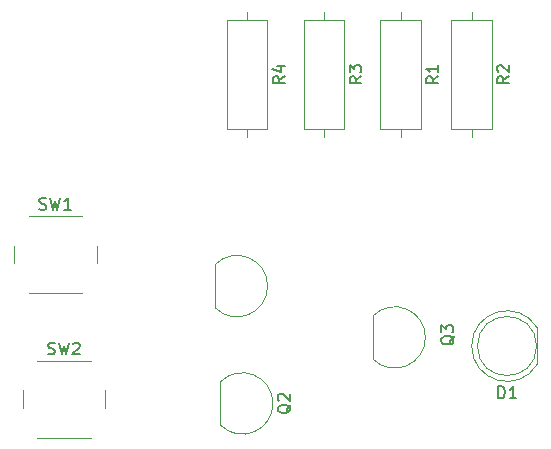
<source format=gbr>
%TF.GenerationSoftware,KiCad,Pcbnew,9.0.5*%
%TF.CreationDate,2025-10-25T02:40:39-07:00*%
%TF.ProjectId,1stproject,31737470-726f-46a6-9563-742e6b696361,rev?*%
%TF.SameCoordinates,Original*%
%TF.FileFunction,Legend,Top*%
%TF.FilePolarity,Positive*%
%FSLAX46Y46*%
G04 Gerber Fmt 4.6, Leading zero omitted, Abs format (unit mm)*
G04 Created by KiCad (PCBNEW 9.0.5) date 2025-10-25 02:40:39*
%MOMM*%
%LPD*%
G01*
G04 APERTURE LIST*
%ADD10C,0.150000*%
%ADD11C,0.120000*%
G04 APERTURE END LIST*
D10*
X143050057Y-88710238D02*
X143002438Y-88805476D01*
X143002438Y-88805476D02*
X142907200Y-88900714D01*
X142907200Y-88900714D02*
X142764342Y-89043571D01*
X142764342Y-89043571D02*
X142716723Y-89138809D01*
X142716723Y-89138809D02*
X142716723Y-89234047D01*
X142954819Y-89186428D02*
X142907200Y-89281666D01*
X142907200Y-89281666D02*
X142811961Y-89376904D01*
X142811961Y-89376904D02*
X142621485Y-89424523D01*
X142621485Y-89424523D02*
X142288152Y-89424523D01*
X142288152Y-89424523D02*
X142097676Y-89376904D01*
X142097676Y-89376904D02*
X142002438Y-89281666D01*
X142002438Y-89281666D02*
X141954819Y-89186428D01*
X141954819Y-89186428D02*
X141954819Y-88995952D01*
X141954819Y-88995952D02*
X142002438Y-88900714D01*
X142002438Y-88900714D02*
X142097676Y-88805476D01*
X142097676Y-88805476D02*
X142288152Y-88757857D01*
X142288152Y-88757857D02*
X142621485Y-88757857D01*
X142621485Y-88757857D02*
X142811961Y-88805476D01*
X142811961Y-88805476D02*
X142907200Y-88900714D01*
X142907200Y-88900714D02*
X142954819Y-88995952D01*
X142954819Y-88995952D02*
X142954819Y-89186428D01*
X141954819Y-88424523D02*
X141954819Y-87805476D01*
X141954819Y-87805476D02*
X142335771Y-88138809D01*
X142335771Y-88138809D02*
X142335771Y-87995952D01*
X142335771Y-87995952D02*
X142383390Y-87900714D01*
X142383390Y-87900714D02*
X142431009Y-87853095D01*
X142431009Y-87853095D02*
X142526247Y-87805476D01*
X142526247Y-87805476D02*
X142764342Y-87805476D01*
X142764342Y-87805476D02*
X142859580Y-87853095D01*
X142859580Y-87853095D02*
X142907200Y-87900714D01*
X142907200Y-87900714D02*
X142954819Y-87995952D01*
X142954819Y-87995952D02*
X142954819Y-88281666D01*
X142954819Y-88281666D02*
X142907200Y-88376904D01*
X142907200Y-88376904D02*
X142859580Y-88424523D01*
X108666667Y-90232200D02*
X108809524Y-90279819D01*
X108809524Y-90279819D02*
X109047619Y-90279819D01*
X109047619Y-90279819D02*
X109142857Y-90232200D01*
X109142857Y-90232200D02*
X109190476Y-90184580D01*
X109190476Y-90184580D02*
X109238095Y-90089342D01*
X109238095Y-90089342D02*
X109238095Y-89994104D01*
X109238095Y-89994104D02*
X109190476Y-89898866D01*
X109190476Y-89898866D02*
X109142857Y-89851247D01*
X109142857Y-89851247D02*
X109047619Y-89803628D01*
X109047619Y-89803628D02*
X108857143Y-89756009D01*
X108857143Y-89756009D02*
X108761905Y-89708390D01*
X108761905Y-89708390D02*
X108714286Y-89660771D01*
X108714286Y-89660771D02*
X108666667Y-89565533D01*
X108666667Y-89565533D02*
X108666667Y-89470295D01*
X108666667Y-89470295D02*
X108714286Y-89375057D01*
X108714286Y-89375057D02*
X108761905Y-89327438D01*
X108761905Y-89327438D02*
X108857143Y-89279819D01*
X108857143Y-89279819D02*
X109095238Y-89279819D01*
X109095238Y-89279819D02*
X109238095Y-89327438D01*
X109571429Y-89279819D02*
X109809524Y-90279819D01*
X109809524Y-90279819D02*
X110000000Y-89565533D01*
X110000000Y-89565533D02*
X110190476Y-90279819D01*
X110190476Y-90279819D02*
X110428572Y-89279819D01*
X110761905Y-89375057D02*
X110809524Y-89327438D01*
X110809524Y-89327438D02*
X110904762Y-89279819D01*
X110904762Y-89279819D02*
X111142857Y-89279819D01*
X111142857Y-89279819D02*
X111238095Y-89327438D01*
X111238095Y-89327438D02*
X111285714Y-89375057D01*
X111285714Y-89375057D02*
X111333333Y-89470295D01*
X111333333Y-89470295D02*
X111333333Y-89565533D01*
X111333333Y-89565533D02*
X111285714Y-89708390D01*
X111285714Y-89708390D02*
X110714286Y-90279819D01*
X110714286Y-90279819D02*
X111333333Y-90279819D01*
X107916667Y-77982200D02*
X108059524Y-78029819D01*
X108059524Y-78029819D02*
X108297619Y-78029819D01*
X108297619Y-78029819D02*
X108392857Y-77982200D01*
X108392857Y-77982200D02*
X108440476Y-77934580D01*
X108440476Y-77934580D02*
X108488095Y-77839342D01*
X108488095Y-77839342D02*
X108488095Y-77744104D01*
X108488095Y-77744104D02*
X108440476Y-77648866D01*
X108440476Y-77648866D02*
X108392857Y-77601247D01*
X108392857Y-77601247D02*
X108297619Y-77553628D01*
X108297619Y-77553628D02*
X108107143Y-77506009D01*
X108107143Y-77506009D02*
X108011905Y-77458390D01*
X108011905Y-77458390D02*
X107964286Y-77410771D01*
X107964286Y-77410771D02*
X107916667Y-77315533D01*
X107916667Y-77315533D02*
X107916667Y-77220295D01*
X107916667Y-77220295D02*
X107964286Y-77125057D01*
X107964286Y-77125057D02*
X108011905Y-77077438D01*
X108011905Y-77077438D02*
X108107143Y-77029819D01*
X108107143Y-77029819D02*
X108345238Y-77029819D01*
X108345238Y-77029819D02*
X108488095Y-77077438D01*
X108821429Y-77029819D02*
X109059524Y-78029819D01*
X109059524Y-78029819D02*
X109250000Y-77315533D01*
X109250000Y-77315533D02*
X109440476Y-78029819D01*
X109440476Y-78029819D02*
X109678572Y-77029819D01*
X110583333Y-78029819D02*
X110011905Y-78029819D01*
X110297619Y-78029819D02*
X110297619Y-77029819D01*
X110297619Y-77029819D02*
X110202381Y-77172676D01*
X110202381Y-77172676D02*
X110107143Y-77267914D01*
X110107143Y-77267914D02*
X110011905Y-77315533D01*
X128674819Y-66741666D02*
X128198628Y-67074999D01*
X128674819Y-67313094D02*
X127674819Y-67313094D01*
X127674819Y-67313094D02*
X127674819Y-66932142D01*
X127674819Y-66932142D02*
X127722438Y-66836904D01*
X127722438Y-66836904D02*
X127770057Y-66789285D01*
X127770057Y-66789285D02*
X127865295Y-66741666D01*
X127865295Y-66741666D02*
X128008152Y-66741666D01*
X128008152Y-66741666D02*
X128103390Y-66789285D01*
X128103390Y-66789285D02*
X128151009Y-66836904D01*
X128151009Y-66836904D02*
X128198628Y-66932142D01*
X128198628Y-66932142D02*
X128198628Y-67313094D01*
X128008152Y-65884523D02*
X128674819Y-65884523D01*
X127627200Y-66122618D02*
X128341485Y-66360713D01*
X128341485Y-66360713D02*
X128341485Y-65741666D01*
X147674819Y-66741666D02*
X147198628Y-67074999D01*
X147674819Y-67313094D02*
X146674819Y-67313094D01*
X146674819Y-67313094D02*
X146674819Y-66932142D01*
X146674819Y-66932142D02*
X146722438Y-66836904D01*
X146722438Y-66836904D02*
X146770057Y-66789285D01*
X146770057Y-66789285D02*
X146865295Y-66741666D01*
X146865295Y-66741666D02*
X147008152Y-66741666D01*
X147008152Y-66741666D02*
X147103390Y-66789285D01*
X147103390Y-66789285D02*
X147151009Y-66836904D01*
X147151009Y-66836904D02*
X147198628Y-66932142D01*
X147198628Y-66932142D02*
X147198628Y-67313094D01*
X146770057Y-66360713D02*
X146722438Y-66313094D01*
X146722438Y-66313094D02*
X146674819Y-66217856D01*
X146674819Y-66217856D02*
X146674819Y-65979761D01*
X146674819Y-65979761D02*
X146722438Y-65884523D01*
X146722438Y-65884523D02*
X146770057Y-65836904D01*
X146770057Y-65836904D02*
X146865295Y-65789285D01*
X146865295Y-65789285D02*
X146960533Y-65789285D01*
X146960533Y-65789285D02*
X147103390Y-65836904D01*
X147103390Y-65836904D02*
X147674819Y-66408332D01*
X147674819Y-66408332D02*
X147674819Y-65789285D01*
X135174819Y-66741666D02*
X134698628Y-67074999D01*
X135174819Y-67313094D02*
X134174819Y-67313094D01*
X134174819Y-67313094D02*
X134174819Y-66932142D01*
X134174819Y-66932142D02*
X134222438Y-66836904D01*
X134222438Y-66836904D02*
X134270057Y-66789285D01*
X134270057Y-66789285D02*
X134365295Y-66741666D01*
X134365295Y-66741666D02*
X134508152Y-66741666D01*
X134508152Y-66741666D02*
X134603390Y-66789285D01*
X134603390Y-66789285D02*
X134651009Y-66836904D01*
X134651009Y-66836904D02*
X134698628Y-66932142D01*
X134698628Y-66932142D02*
X134698628Y-67313094D01*
X134174819Y-66408332D02*
X134174819Y-65789285D01*
X134174819Y-65789285D02*
X134555771Y-66122618D01*
X134555771Y-66122618D02*
X134555771Y-65979761D01*
X134555771Y-65979761D02*
X134603390Y-65884523D01*
X134603390Y-65884523D02*
X134651009Y-65836904D01*
X134651009Y-65836904D02*
X134746247Y-65789285D01*
X134746247Y-65789285D02*
X134984342Y-65789285D01*
X134984342Y-65789285D02*
X135079580Y-65836904D01*
X135079580Y-65836904D02*
X135127200Y-65884523D01*
X135127200Y-65884523D02*
X135174819Y-65979761D01*
X135174819Y-65979761D02*
X135174819Y-66265475D01*
X135174819Y-66265475D02*
X135127200Y-66360713D01*
X135127200Y-66360713D02*
X135079580Y-66408332D01*
X129200057Y-94530238D02*
X129152438Y-94625476D01*
X129152438Y-94625476D02*
X129057200Y-94720714D01*
X129057200Y-94720714D02*
X128914342Y-94863571D01*
X128914342Y-94863571D02*
X128866723Y-94958809D01*
X128866723Y-94958809D02*
X128866723Y-95054047D01*
X129104819Y-95006428D02*
X129057200Y-95101666D01*
X129057200Y-95101666D02*
X128961961Y-95196904D01*
X128961961Y-95196904D02*
X128771485Y-95244523D01*
X128771485Y-95244523D02*
X128438152Y-95244523D01*
X128438152Y-95244523D02*
X128247676Y-95196904D01*
X128247676Y-95196904D02*
X128152438Y-95101666D01*
X128152438Y-95101666D02*
X128104819Y-95006428D01*
X128104819Y-95006428D02*
X128104819Y-94815952D01*
X128104819Y-94815952D02*
X128152438Y-94720714D01*
X128152438Y-94720714D02*
X128247676Y-94625476D01*
X128247676Y-94625476D02*
X128438152Y-94577857D01*
X128438152Y-94577857D02*
X128771485Y-94577857D01*
X128771485Y-94577857D02*
X128961961Y-94625476D01*
X128961961Y-94625476D02*
X129057200Y-94720714D01*
X129057200Y-94720714D02*
X129104819Y-94815952D01*
X129104819Y-94815952D02*
X129104819Y-95006428D01*
X128200057Y-94196904D02*
X128152438Y-94149285D01*
X128152438Y-94149285D02*
X128104819Y-94054047D01*
X128104819Y-94054047D02*
X128104819Y-93815952D01*
X128104819Y-93815952D02*
X128152438Y-93720714D01*
X128152438Y-93720714D02*
X128200057Y-93673095D01*
X128200057Y-93673095D02*
X128295295Y-93625476D01*
X128295295Y-93625476D02*
X128390533Y-93625476D01*
X128390533Y-93625476D02*
X128533390Y-93673095D01*
X128533390Y-93673095D02*
X129104819Y-94244523D01*
X129104819Y-94244523D02*
X129104819Y-93625476D01*
X146766905Y-93989819D02*
X146766905Y-92989819D01*
X146766905Y-92989819D02*
X147005000Y-92989819D01*
X147005000Y-92989819D02*
X147147857Y-93037438D01*
X147147857Y-93037438D02*
X147243095Y-93132676D01*
X147243095Y-93132676D02*
X147290714Y-93227914D01*
X147290714Y-93227914D02*
X147338333Y-93418390D01*
X147338333Y-93418390D02*
X147338333Y-93561247D01*
X147338333Y-93561247D02*
X147290714Y-93751723D01*
X147290714Y-93751723D02*
X147243095Y-93846961D01*
X147243095Y-93846961D02*
X147147857Y-93942200D01*
X147147857Y-93942200D02*
X147005000Y-93989819D01*
X147005000Y-93989819D02*
X146766905Y-93989819D01*
X148290714Y-93989819D02*
X147719286Y-93989819D01*
X148005000Y-93989819D02*
X148005000Y-92989819D01*
X148005000Y-92989819D02*
X147909762Y-93132676D01*
X147909762Y-93132676D02*
X147814524Y-93227914D01*
X147814524Y-93227914D02*
X147719286Y-93275533D01*
X141674819Y-66741666D02*
X141198628Y-67074999D01*
X141674819Y-67313094D02*
X140674819Y-67313094D01*
X140674819Y-67313094D02*
X140674819Y-66932142D01*
X140674819Y-66932142D02*
X140722438Y-66836904D01*
X140722438Y-66836904D02*
X140770057Y-66789285D01*
X140770057Y-66789285D02*
X140865295Y-66741666D01*
X140865295Y-66741666D02*
X141008152Y-66741666D01*
X141008152Y-66741666D02*
X141103390Y-66789285D01*
X141103390Y-66789285D02*
X141151009Y-66836904D01*
X141151009Y-66836904D02*
X141198628Y-66932142D01*
X141198628Y-66932142D02*
X141198628Y-67313094D01*
X141674819Y-65789285D02*
X141674819Y-66360713D01*
X141674819Y-66074999D02*
X140674819Y-66074999D01*
X140674819Y-66074999D02*
X140817676Y-66170237D01*
X140817676Y-66170237D02*
X140912914Y-66265475D01*
X140912914Y-66265475D02*
X140960533Y-66360713D01*
D11*
%TO.C,Q3*%
X140600000Y-88845000D02*
G75*
G02*
X136161522Y-90683478I-2600000J0D01*
G01*
X136161522Y-87006522D02*
G75*
G02*
X140600001Y-88845000I1838478J-1838478D01*
G01*
X136150000Y-87045000D02*
X136150000Y-90645000D01*
%TO.C,SW2*%
X106500000Y-93325000D02*
X106500000Y-94825000D01*
X107750000Y-97325000D02*
X112250000Y-97325000D01*
X112250000Y-90825000D02*
X107750000Y-90825000D01*
X113500000Y-94825000D02*
X113500000Y-93325000D01*
%TO.C,SW1*%
X105750000Y-81075000D02*
X105750000Y-82575000D01*
X107000000Y-85075000D02*
X111500000Y-85075000D01*
X111500000Y-78575000D02*
X107000000Y-78575000D01*
X112750000Y-82575000D02*
X112750000Y-81075000D01*
%TO.C,R4*%
X127220000Y-61955000D02*
X123780000Y-61955000D01*
X123780000Y-71195000D01*
X127220000Y-71195000D01*
X127220000Y-61955000D01*
X125500000Y-71885000D02*
X125500000Y-71195000D01*
X125500000Y-61265000D02*
X125500000Y-61955000D01*
%TO.C,R2*%
X144500000Y-61265000D02*
X144500000Y-61955000D01*
X144500000Y-71885000D02*
X144500000Y-71195000D01*
X146220000Y-61955000D02*
X142780000Y-61955000D01*
X142780000Y-71195000D01*
X146220000Y-71195000D01*
X146220000Y-61955000D01*
%TO.C,R3*%
X132000000Y-61265000D02*
X132000000Y-61955000D01*
X132000000Y-71885000D02*
X132000000Y-71195000D01*
X133720000Y-61955000D02*
X130280000Y-61955000D01*
X130280000Y-71195000D01*
X133720000Y-71195000D01*
X133720000Y-61955000D01*
%TO.C,Q2*%
X123240000Y-92635000D02*
X123240000Y-96235000D01*
X123251522Y-92596522D02*
G75*
G02*
X127690001Y-94435000I1838478J-1838478D01*
G01*
X127690000Y-94435000D02*
G75*
G02*
X123251522Y-96273478I-2600000J0D01*
G01*
%TO.C,Q1*%
X122790000Y-82700000D02*
X122790000Y-86300000D01*
X122801522Y-82661522D02*
G75*
G02*
X127240001Y-84500000I1838478J-1838478D01*
G01*
X127240000Y-84500000D02*
G75*
G02*
X122801522Y-86338478I-2600000J0D01*
G01*
%TO.C,D1*%
X150065000Y-91120000D02*
X150065000Y-88030000D01*
X150065000Y-91119830D02*
G75*
G02*
X144515000Y-89575000I-2560000J1544830D01*
G01*
X144515000Y-89575000D02*
G75*
G02*
X150065000Y-88030170I2990000J0D01*
G01*
X150005000Y-89575000D02*
G75*
G02*
X145005000Y-89575000I-2500000J0D01*
G01*
X145005000Y-89575000D02*
G75*
G02*
X150005000Y-89575000I2500000J0D01*
G01*
%TO.C,R1*%
X140220000Y-61955000D02*
X136780000Y-61955000D01*
X136780000Y-71195000D01*
X140220000Y-71195000D01*
X140220000Y-61955000D01*
X138500000Y-71885000D02*
X138500000Y-71195000D01*
X138500000Y-61265000D02*
X138500000Y-61955000D01*
%TD*%
M02*

</source>
